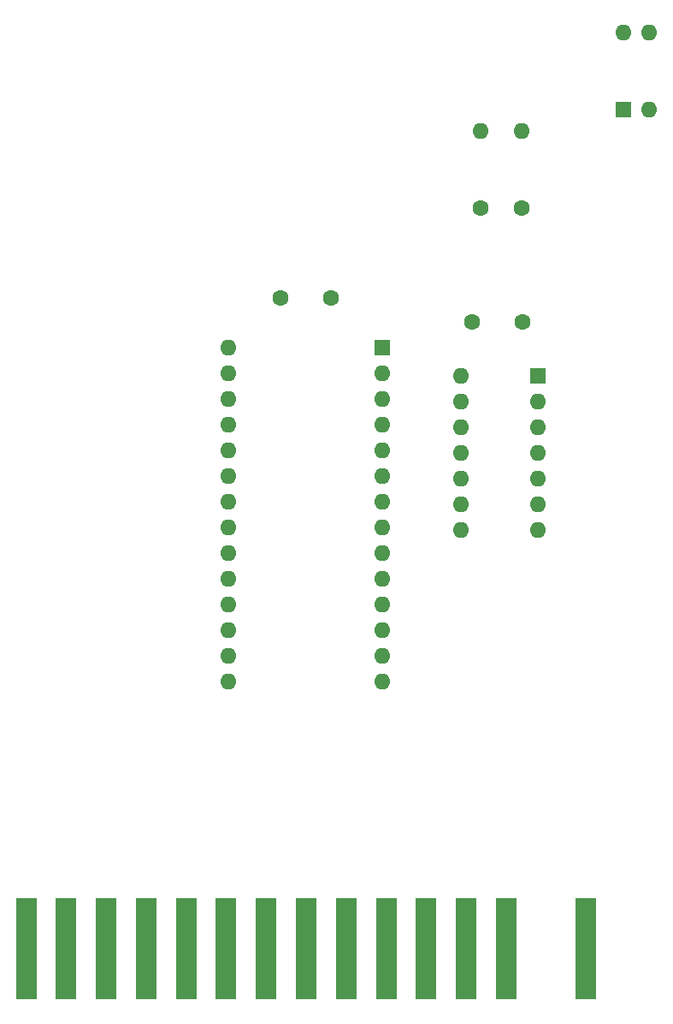
<source format=gbr>
G04 #@! TF.GenerationSoftware,KiCad,Pcbnew,7.0.10*
G04 #@! TF.CreationDate,2024-02-18T10:04:44+01:00*
G04 #@! TF.ProjectId,multicartridge-w27c512,6d756c74-6963-4617-9274-72696467652d,rev?*
G04 #@! TF.SameCoordinates,Original*
G04 #@! TF.FileFunction,Soldermask,Bot*
G04 #@! TF.FilePolarity,Negative*
%FSLAX46Y46*%
G04 Gerber Fmt 4.6, Leading zero omitted, Abs format (unit mm)*
G04 Created by KiCad (PCBNEW 7.0.10) date 2024-02-18 10:04:44*
%MOMM*%
%LPD*%
G01*
G04 APERTURE LIST*
%ADD10R,1.600000X1.600000*%
%ADD11O,1.600000X1.600000*%
%ADD12C,1.600000*%
%ADD13R,2.000000X10.000000*%
G04 APERTURE END LIST*
D10*
X114607000Y-56145000D03*
D11*
X117147000Y-56145000D03*
X117147000Y-48525000D03*
X114607000Y-48525000D03*
D10*
X106147000Y-82477000D03*
D11*
X106147000Y-85017000D03*
X106147000Y-87557000D03*
X106147000Y-90097000D03*
X106147000Y-92637000D03*
X106147000Y-95177000D03*
X106147000Y-97717000D03*
X98527000Y-97717000D03*
X98527000Y-95177000D03*
X98527000Y-92637000D03*
X98527000Y-90097000D03*
X98527000Y-87557000D03*
X98527000Y-85017000D03*
X98527000Y-82477000D03*
D12*
X99647000Y-77143000D03*
X104647000Y-77143000D03*
X85685000Y-74785000D03*
X80685000Y-74785000D03*
D13*
X55465000Y-139192000D03*
X59425000Y-139192000D03*
X63385000Y-139192000D03*
X67345000Y-139192000D03*
X71305000Y-139192000D03*
X75265000Y-139192000D03*
X79225000Y-139192000D03*
X83185000Y-139192000D03*
X87145000Y-139192000D03*
X91105000Y-139192000D03*
X95065000Y-139192000D03*
X99025000Y-139192000D03*
X102985000Y-139192000D03*
X110905000Y-139192000D03*
D12*
X100457000Y-65955000D03*
D11*
X100457000Y-58335000D03*
D12*
X104507000Y-65955000D03*
D11*
X104507000Y-58335000D03*
D10*
X90747000Y-79745000D03*
D11*
X90747000Y-82285000D03*
X90747000Y-84825000D03*
X90747000Y-87365000D03*
X90747000Y-89905000D03*
X90747000Y-92445000D03*
X90747000Y-94985000D03*
X90747000Y-97525000D03*
X90747000Y-100065000D03*
X90747000Y-102605000D03*
X90747000Y-105145000D03*
X90747000Y-107685000D03*
X90747000Y-110225000D03*
X90747000Y-112765000D03*
X75507000Y-112765000D03*
X75507000Y-110225000D03*
X75507000Y-107685000D03*
X75507000Y-105145000D03*
X75507000Y-102605000D03*
X75507000Y-100065000D03*
X75507000Y-97525000D03*
X75507000Y-94985000D03*
X75507000Y-92445000D03*
X75507000Y-89905000D03*
X75507000Y-87365000D03*
X75507000Y-84825000D03*
X75507000Y-82285000D03*
X75507000Y-79745000D03*
M02*

</source>
